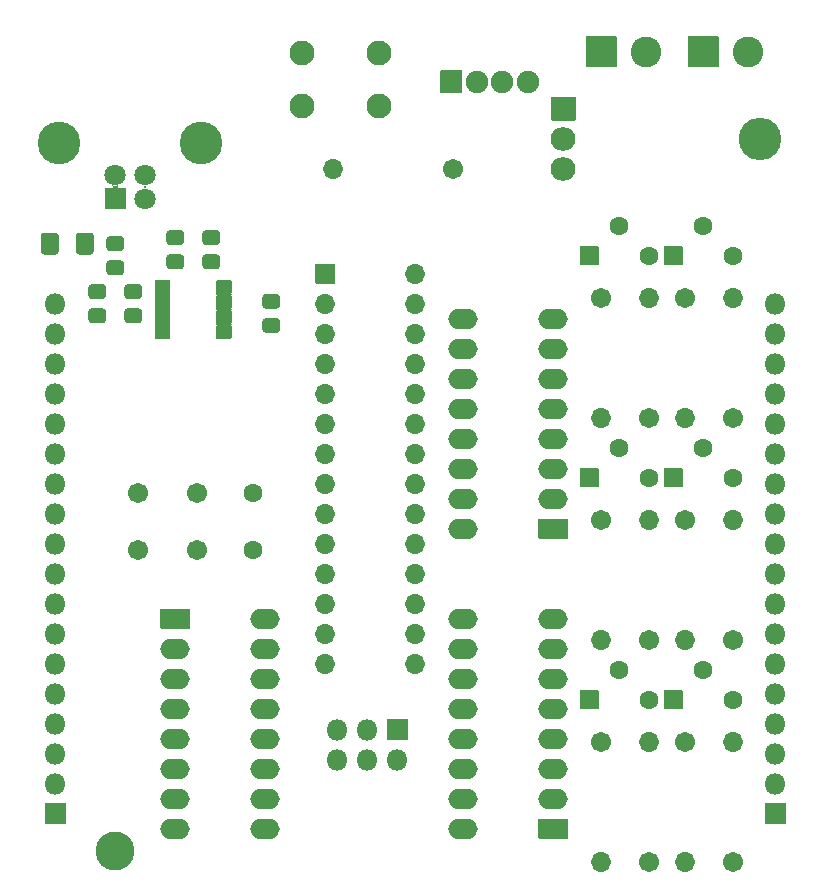
<source format=gbr>
G04 #@! TF.GenerationSoftware,KiCad,Pcbnew,5.1.7*
G04 #@! TF.CreationDate,2020-10-26T11:57:42-04:00*
G04 #@! TF.ProjectId,PCB,5043422e-6b69-4636-9164-5f7063625858,rev?*
G04 #@! TF.SameCoordinates,Original*
G04 #@! TF.FileFunction,Soldermask,Top*
G04 #@! TF.FilePolarity,Negative*
%FSLAX46Y46*%
G04 Gerber Fmt 4.6, Leading zero omitted, Abs format (unit mm)*
G04 Created by KiCad (PCBNEW 5.1.7) date 2020-10-26 11:57:42*
%MOMM*%
%LPD*%
G01*
G04 APERTURE LIST*
%ADD10C,1.802000*%
%ADD11C,3.602000*%
%ADD12C,3.302000*%
%ADD13O,2.102000X2.007000*%
%ADD14O,3.602000X3.602000*%
%ADD15C,1.602000*%
%ADD16O,1.702000X1.702000*%
%ADD17C,1.702000*%
%ADD18O,1.802000X1.802000*%
%ADD19C,2.102000*%
%ADD20C,1.902000*%
%ADD21C,2.601360*%
%ADD22O,2.502000X1.702000*%
%ADD23C,0.100000*%
G04 APERTURE END LIST*
G36*
G01*
X110070000Y-93611000D02*
X108370000Y-93611000D01*
G75*
G02*
X108319000Y-93560000I0J51000D01*
G01*
X108319000Y-91860000D01*
G75*
G02*
X108370000Y-91809000I51000J0D01*
G01*
X110070000Y-91809000D01*
G75*
G02*
X110121000Y-91860000I0J-51000D01*
G01*
X110121000Y-93560000D01*
G75*
G02*
X110070000Y-93611000I-51000J0D01*
G01*
G37*
D10*
X111720000Y-92710000D03*
X111720000Y-90710000D03*
X109220000Y-90710000D03*
D11*
X104450000Y-88000000D03*
X116490000Y-88000000D03*
G36*
G01*
X117826828Y-96629000D02*
X116869172Y-96629000D01*
G75*
G02*
X116597000Y-96356828I0J272172D01*
G01*
X116597000Y-95649172D01*
G75*
G02*
X116869172Y-95377000I272172J0D01*
G01*
X117826828Y-95377000D01*
G75*
G02*
X118099000Y-95649172I0J-272172D01*
G01*
X118099000Y-96356828D01*
G75*
G02*
X117826828Y-96629000I-272172J0D01*
G01*
G37*
G36*
G01*
X117826828Y-98679000D02*
X116869172Y-98679000D01*
G75*
G02*
X116597000Y-98406828I0J272172D01*
G01*
X116597000Y-97699172D01*
G75*
G02*
X116869172Y-97427000I272172J0D01*
G01*
X117826828Y-97427000D01*
G75*
G02*
X118099000Y-97699172I0J-272172D01*
G01*
X118099000Y-98406828D01*
G75*
G02*
X117826828Y-98679000I-272172J0D01*
G01*
G37*
G36*
G01*
X114778828Y-96629000D02*
X113821172Y-96629000D01*
G75*
G02*
X113549000Y-96356828I0J272172D01*
G01*
X113549000Y-95649172D01*
G75*
G02*
X113821172Y-95377000I272172J0D01*
G01*
X114778828Y-95377000D01*
G75*
G02*
X115051000Y-95649172I0J-272172D01*
G01*
X115051000Y-96356828D01*
G75*
G02*
X114778828Y-96629000I-272172J0D01*
G01*
G37*
G36*
G01*
X114778828Y-98679000D02*
X113821172Y-98679000D01*
G75*
G02*
X113549000Y-98406828I0J272172D01*
G01*
X113549000Y-97699172D01*
G75*
G02*
X113821172Y-97427000I272172J0D01*
G01*
X114778828Y-97427000D01*
G75*
G02*
X115051000Y-97699172I0J-272172D01*
G01*
X115051000Y-98406828D01*
G75*
G02*
X114778828Y-98679000I-272172J0D01*
G01*
G37*
G36*
G01*
X110265172Y-101999000D02*
X111222828Y-101999000D01*
G75*
G02*
X111495000Y-102271172I0J-272172D01*
G01*
X111495000Y-102978828D01*
G75*
G02*
X111222828Y-103251000I-272172J0D01*
G01*
X110265172Y-103251000D01*
G75*
G02*
X109993000Y-102978828I0J272172D01*
G01*
X109993000Y-102271172D01*
G75*
G02*
X110265172Y-101999000I272172J0D01*
G01*
G37*
G36*
G01*
X110265172Y-99949000D02*
X111222828Y-99949000D01*
G75*
G02*
X111495000Y-100221172I0J-272172D01*
G01*
X111495000Y-100928828D01*
G75*
G02*
X111222828Y-101201000I-272172J0D01*
G01*
X110265172Y-101201000D01*
G75*
G02*
X109993000Y-100928828I0J272172D01*
G01*
X109993000Y-100221172D01*
G75*
G02*
X110265172Y-99949000I272172J0D01*
G01*
G37*
G36*
G01*
X107217172Y-101999000D02*
X108174828Y-101999000D01*
G75*
G02*
X108447000Y-102271172I0J-272172D01*
G01*
X108447000Y-102978828D01*
G75*
G02*
X108174828Y-103251000I-272172J0D01*
G01*
X107217172Y-103251000D01*
G75*
G02*
X106945000Y-102978828I0J272172D01*
G01*
X106945000Y-102271172D01*
G75*
G02*
X107217172Y-101999000I272172J0D01*
G01*
G37*
G36*
G01*
X107217172Y-99949000D02*
X108174828Y-99949000D01*
G75*
G02*
X108447000Y-100221172I0J-272172D01*
G01*
X108447000Y-100928828D01*
G75*
G02*
X108174828Y-101201000I-272172J0D01*
G01*
X107217172Y-101201000D01*
G75*
G02*
X106945000Y-100928828I0J272172D01*
G01*
X106945000Y-100221172D01*
G75*
G02*
X107217172Y-99949000I272172J0D01*
G01*
G37*
G36*
G01*
X113875000Y-104130500D02*
X113875000Y-104530500D01*
G75*
G02*
X113824000Y-104581500I-51000J0D01*
G01*
X112624000Y-104581500D01*
G75*
G02*
X112573000Y-104530500I0J51000D01*
G01*
X112573000Y-104130500D01*
G75*
G02*
X112624000Y-104079500I51000J0D01*
G01*
X113824000Y-104079500D01*
G75*
G02*
X113875000Y-104130500I0J-51000D01*
G01*
G37*
G36*
G01*
X113875000Y-103495500D02*
X113875000Y-103895500D01*
G75*
G02*
X113824000Y-103946500I-51000J0D01*
G01*
X112624000Y-103946500D01*
G75*
G02*
X112573000Y-103895500I0J51000D01*
G01*
X112573000Y-103495500D01*
G75*
G02*
X112624000Y-103444500I51000J0D01*
G01*
X113824000Y-103444500D01*
G75*
G02*
X113875000Y-103495500I0J-51000D01*
G01*
G37*
G36*
G01*
X113875000Y-102860500D02*
X113875000Y-103260500D01*
G75*
G02*
X113824000Y-103311500I-51000J0D01*
G01*
X112624000Y-103311500D01*
G75*
G02*
X112573000Y-103260500I0J51000D01*
G01*
X112573000Y-102860500D01*
G75*
G02*
X112624000Y-102809500I51000J0D01*
G01*
X113824000Y-102809500D01*
G75*
G02*
X113875000Y-102860500I0J-51000D01*
G01*
G37*
G36*
G01*
X113875000Y-102225500D02*
X113875000Y-102625500D01*
G75*
G02*
X113824000Y-102676500I-51000J0D01*
G01*
X112624000Y-102676500D01*
G75*
G02*
X112573000Y-102625500I0J51000D01*
G01*
X112573000Y-102225500D01*
G75*
G02*
X112624000Y-102174500I51000J0D01*
G01*
X113824000Y-102174500D01*
G75*
G02*
X113875000Y-102225500I0J-51000D01*
G01*
G37*
G36*
G01*
X113875000Y-101590500D02*
X113875000Y-101990500D01*
G75*
G02*
X113824000Y-102041500I-51000J0D01*
G01*
X112624000Y-102041500D01*
G75*
G02*
X112573000Y-101990500I0J51000D01*
G01*
X112573000Y-101590500D01*
G75*
G02*
X112624000Y-101539500I51000J0D01*
G01*
X113824000Y-101539500D01*
G75*
G02*
X113875000Y-101590500I0J-51000D01*
G01*
G37*
G36*
G01*
X113875000Y-100955500D02*
X113875000Y-101355500D01*
G75*
G02*
X113824000Y-101406500I-51000J0D01*
G01*
X112624000Y-101406500D01*
G75*
G02*
X112573000Y-101355500I0J51000D01*
G01*
X112573000Y-100955500D01*
G75*
G02*
X112624000Y-100904500I51000J0D01*
G01*
X113824000Y-100904500D01*
G75*
G02*
X113875000Y-100955500I0J-51000D01*
G01*
G37*
G36*
G01*
X113875000Y-100320500D02*
X113875000Y-100720500D01*
G75*
G02*
X113824000Y-100771500I-51000J0D01*
G01*
X112624000Y-100771500D01*
G75*
G02*
X112573000Y-100720500I0J51000D01*
G01*
X112573000Y-100320500D01*
G75*
G02*
X112624000Y-100269500I51000J0D01*
G01*
X113824000Y-100269500D01*
G75*
G02*
X113875000Y-100320500I0J-51000D01*
G01*
G37*
G36*
G01*
X113875000Y-99685500D02*
X113875000Y-100085500D01*
G75*
G02*
X113824000Y-100136500I-51000J0D01*
G01*
X112624000Y-100136500D01*
G75*
G02*
X112573000Y-100085500I0J51000D01*
G01*
X112573000Y-99685500D01*
G75*
G02*
X112624000Y-99634500I51000J0D01*
G01*
X113824000Y-99634500D01*
G75*
G02*
X113875000Y-99685500I0J-51000D01*
G01*
G37*
G36*
G01*
X119075000Y-99685500D02*
X119075000Y-100085500D01*
G75*
G02*
X119024000Y-100136500I-51000J0D01*
G01*
X117824000Y-100136500D01*
G75*
G02*
X117773000Y-100085500I0J51000D01*
G01*
X117773000Y-99685500D01*
G75*
G02*
X117824000Y-99634500I51000J0D01*
G01*
X119024000Y-99634500D01*
G75*
G02*
X119075000Y-99685500I0J-51000D01*
G01*
G37*
G36*
G01*
X119075000Y-100320500D02*
X119075000Y-100720500D01*
G75*
G02*
X119024000Y-100771500I-51000J0D01*
G01*
X117824000Y-100771500D01*
G75*
G02*
X117773000Y-100720500I0J51000D01*
G01*
X117773000Y-100320500D01*
G75*
G02*
X117824000Y-100269500I51000J0D01*
G01*
X119024000Y-100269500D01*
G75*
G02*
X119075000Y-100320500I0J-51000D01*
G01*
G37*
G36*
G01*
X119075000Y-100955500D02*
X119075000Y-101355500D01*
G75*
G02*
X119024000Y-101406500I-51000J0D01*
G01*
X117824000Y-101406500D01*
G75*
G02*
X117773000Y-101355500I0J51000D01*
G01*
X117773000Y-100955500D01*
G75*
G02*
X117824000Y-100904500I51000J0D01*
G01*
X119024000Y-100904500D01*
G75*
G02*
X119075000Y-100955500I0J-51000D01*
G01*
G37*
G36*
G01*
X119075000Y-101590500D02*
X119075000Y-101990500D01*
G75*
G02*
X119024000Y-102041500I-51000J0D01*
G01*
X117824000Y-102041500D01*
G75*
G02*
X117773000Y-101990500I0J51000D01*
G01*
X117773000Y-101590500D01*
G75*
G02*
X117824000Y-101539500I51000J0D01*
G01*
X119024000Y-101539500D01*
G75*
G02*
X119075000Y-101590500I0J-51000D01*
G01*
G37*
G36*
G01*
X119075000Y-102225500D02*
X119075000Y-102625500D01*
G75*
G02*
X119024000Y-102676500I-51000J0D01*
G01*
X117824000Y-102676500D01*
G75*
G02*
X117773000Y-102625500I0J51000D01*
G01*
X117773000Y-102225500D01*
G75*
G02*
X117824000Y-102174500I51000J0D01*
G01*
X119024000Y-102174500D01*
G75*
G02*
X119075000Y-102225500I0J-51000D01*
G01*
G37*
G36*
G01*
X119075000Y-102860500D02*
X119075000Y-103260500D01*
G75*
G02*
X119024000Y-103311500I-51000J0D01*
G01*
X117824000Y-103311500D01*
G75*
G02*
X117773000Y-103260500I0J51000D01*
G01*
X117773000Y-102860500D01*
G75*
G02*
X117824000Y-102809500I51000J0D01*
G01*
X119024000Y-102809500D01*
G75*
G02*
X119075000Y-102860500I0J-51000D01*
G01*
G37*
G36*
G01*
X119075000Y-103495500D02*
X119075000Y-103895500D01*
G75*
G02*
X119024000Y-103946500I-51000J0D01*
G01*
X117824000Y-103946500D01*
G75*
G02*
X117773000Y-103895500I0J51000D01*
G01*
X117773000Y-103495500D01*
G75*
G02*
X117824000Y-103444500I51000J0D01*
G01*
X119024000Y-103444500D01*
G75*
G02*
X119075000Y-103495500I0J-51000D01*
G01*
G37*
G36*
G01*
X119075000Y-104130500D02*
X119075000Y-104530500D01*
G75*
G02*
X119024000Y-104581500I-51000J0D01*
G01*
X117824000Y-104581500D01*
G75*
G02*
X117773000Y-104530500I0J51000D01*
G01*
X117773000Y-104130500D01*
G75*
G02*
X117824000Y-104079500I51000J0D01*
G01*
X119024000Y-104079500D01*
G75*
G02*
X119075000Y-104130500I0J-51000D01*
G01*
G37*
G36*
G01*
X109698828Y-97137000D02*
X108741172Y-97137000D01*
G75*
G02*
X108469000Y-96864828I0J272172D01*
G01*
X108469000Y-96157172D01*
G75*
G02*
X108741172Y-95885000I272172J0D01*
G01*
X109698828Y-95885000D01*
G75*
G02*
X109971000Y-96157172I0J-272172D01*
G01*
X109971000Y-96864828D01*
G75*
G02*
X109698828Y-97137000I-272172J0D01*
G01*
G37*
G36*
G01*
X109698828Y-99187000D02*
X108741172Y-99187000D01*
G75*
G02*
X108469000Y-98914828I0J272172D01*
G01*
X108469000Y-98207172D01*
G75*
G02*
X108741172Y-97935000I272172J0D01*
G01*
X109698828Y-97935000D01*
G75*
G02*
X109971000Y-98207172I0J-272172D01*
G01*
X109971000Y-98914828D01*
G75*
G02*
X109698828Y-99187000I-272172J0D01*
G01*
G37*
G36*
G01*
X104432000Y-95861894D02*
X104432000Y-97178106D01*
G75*
G02*
X104164106Y-97446000I-267894J0D01*
G01*
X103172894Y-97446000D01*
G75*
G02*
X102905000Y-97178106I0J267894D01*
G01*
X102905000Y-95861894D01*
G75*
G02*
X103172894Y-95594000I267894J0D01*
G01*
X104164106Y-95594000D01*
G75*
G02*
X104432000Y-95861894I0J-267894D01*
G01*
G37*
G36*
G01*
X107407000Y-95861894D02*
X107407000Y-97178106D01*
G75*
G02*
X107139106Y-97446000I-267894J0D01*
G01*
X106147894Y-97446000D01*
G75*
G02*
X105880000Y-97178106I0J267894D01*
G01*
X105880000Y-95861894D01*
G75*
G02*
X106147894Y-95594000I267894J0D01*
G01*
X107139106Y-95594000D01*
G75*
G02*
X107407000Y-95861894I0J-267894D01*
G01*
G37*
G36*
G01*
X121949172Y-102824500D02*
X122906828Y-102824500D01*
G75*
G02*
X123179000Y-103096672I0J-272172D01*
G01*
X123179000Y-103804328D01*
G75*
G02*
X122906828Y-104076500I-272172J0D01*
G01*
X121949172Y-104076500D01*
G75*
G02*
X121677000Y-103804328I0J272172D01*
G01*
X121677000Y-103096672D01*
G75*
G02*
X121949172Y-102824500I272172J0D01*
G01*
G37*
G36*
G01*
X121949172Y-100774500D02*
X122906828Y-100774500D01*
G75*
G02*
X123179000Y-101046672I0J-272172D01*
G01*
X123179000Y-101754328D01*
G75*
G02*
X122906828Y-102026500I-272172J0D01*
G01*
X121949172Y-102026500D01*
G75*
G02*
X121677000Y-101754328I0J272172D01*
G01*
X121677000Y-101046672D01*
G75*
G02*
X121949172Y-100774500I272172J0D01*
G01*
G37*
D12*
X109220000Y-147955000D03*
D13*
X147170000Y-90170000D03*
X147170000Y-87630000D03*
G36*
G01*
X146170000Y-84086500D02*
X148170000Y-84086500D01*
G75*
G02*
X148221000Y-84137500I0J-51000D01*
G01*
X148221000Y-86042500D01*
G75*
G02*
X148170000Y-86093500I-51000J0D01*
G01*
X146170000Y-86093500D01*
G75*
G02*
X146119000Y-86042500I0J51000D01*
G01*
X146119000Y-84137500D01*
G75*
G02*
X146170000Y-84086500I51000J0D01*
G01*
G37*
D14*
X163830000Y-87630000D03*
G36*
G01*
X150102000Y-135929000D02*
X148602000Y-135929000D01*
G75*
G02*
X148551000Y-135878000I0J51000D01*
G01*
X148551000Y-134378000D01*
G75*
G02*
X148602000Y-134327000I51000J0D01*
G01*
X150102000Y-134327000D01*
G75*
G02*
X150153000Y-134378000I0J-51000D01*
G01*
X150153000Y-135878000D01*
G75*
G02*
X150102000Y-135929000I-51000J0D01*
G01*
G37*
D15*
X154432000Y-135128000D03*
X151892000Y-132588000D03*
G36*
G01*
X157214000Y-135929000D02*
X155714000Y-135929000D01*
G75*
G02*
X155663000Y-135878000I0J51000D01*
G01*
X155663000Y-134378000D01*
G75*
G02*
X155714000Y-134327000I51000J0D01*
G01*
X157214000Y-134327000D01*
G75*
G02*
X157265000Y-134378000I0J-51000D01*
G01*
X157265000Y-135878000D01*
G75*
G02*
X157214000Y-135929000I-51000J0D01*
G01*
G37*
X161544000Y-135128000D03*
X159004000Y-132588000D03*
G36*
G01*
X150102000Y-117133000D02*
X148602000Y-117133000D01*
G75*
G02*
X148551000Y-117082000I0J51000D01*
G01*
X148551000Y-115582000D01*
G75*
G02*
X148602000Y-115531000I51000J0D01*
G01*
X150102000Y-115531000D01*
G75*
G02*
X150153000Y-115582000I0J-51000D01*
G01*
X150153000Y-117082000D01*
G75*
G02*
X150102000Y-117133000I-51000J0D01*
G01*
G37*
X154432000Y-116332000D03*
X151892000Y-113792000D03*
G36*
G01*
X157214000Y-117133000D02*
X155714000Y-117133000D01*
G75*
G02*
X155663000Y-117082000I0J51000D01*
G01*
X155663000Y-115582000D01*
G75*
G02*
X155714000Y-115531000I51000J0D01*
G01*
X157214000Y-115531000D01*
G75*
G02*
X157265000Y-115582000I0J-51000D01*
G01*
X157265000Y-117082000D01*
G75*
G02*
X157214000Y-117133000I-51000J0D01*
G01*
G37*
X161544000Y-116332000D03*
X159004000Y-113792000D03*
G36*
G01*
X150102000Y-98337000D02*
X148602000Y-98337000D01*
G75*
G02*
X148551000Y-98286000I0J51000D01*
G01*
X148551000Y-96786000D01*
G75*
G02*
X148602000Y-96735000I51000J0D01*
G01*
X150102000Y-96735000D01*
G75*
G02*
X150153000Y-96786000I0J-51000D01*
G01*
X150153000Y-98286000D01*
G75*
G02*
X150102000Y-98337000I-51000J0D01*
G01*
G37*
X154432000Y-97536000D03*
X151892000Y-94996000D03*
G36*
G01*
X157214000Y-98337000D02*
X155714000Y-98337000D01*
G75*
G02*
X155663000Y-98286000I0J51000D01*
G01*
X155663000Y-96786000D01*
G75*
G02*
X155714000Y-96735000I51000J0D01*
G01*
X157214000Y-96735000D01*
G75*
G02*
X157265000Y-96786000I0J-51000D01*
G01*
X157265000Y-98286000D01*
G75*
G02*
X157214000Y-98337000I-51000J0D01*
G01*
G37*
X161544000Y-97536000D03*
X159004000Y-94996000D03*
D16*
X154432000Y-138684000D03*
D17*
X154432000Y-148844000D03*
D16*
X161544000Y-138684000D03*
D17*
X161544000Y-148844000D03*
D16*
X154432000Y-119888000D03*
D17*
X154432000Y-130048000D03*
D16*
X161544000Y-119888000D03*
D17*
X161544000Y-130048000D03*
D16*
X154432000Y-101092000D03*
D17*
X154432000Y-111252000D03*
D16*
X161544000Y-101092000D03*
D17*
X161544000Y-111252000D03*
D18*
X128016000Y-140208000D03*
X128016000Y-137668000D03*
X130556000Y-140208000D03*
X130556000Y-137668000D03*
X133096000Y-140208000D03*
G36*
G01*
X132246000Y-136767000D02*
X133946000Y-136767000D01*
G75*
G02*
X133997000Y-136818000I0J-51000D01*
G01*
X133997000Y-138518000D01*
G75*
G02*
X133946000Y-138569000I-51000J0D01*
G01*
X132246000Y-138569000D01*
G75*
G02*
X132195000Y-138518000I0J51000D01*
G01*
X132195000Y-136818000D01*
G75*
G02*
X132246000Y-136767000I51000J0D01*
G01*
G37*
D19*
X125072000Y-84836000D03*
X125072000Y-80336000D03*
X131572000Y-84836000D03*
X131572000Y-80336000D03*
D16*
X127635000Y-90170000D03*
D17*
X137795000Y-90170000D03*
D20*
X144145000Y-82804000D03*
X141986000Y-82804000D03*
X139827000Y-82804000D03*
G36*
G01*
X136717000Y-83704000D02*
X136717000Y-81904000D01*
G75*
G02*
X136768000Y-81853000I51000J0D01*
G01*
X138568000Y-81853000D01*
G75*
G02*
X138619000Y-81904000I0J-51000D01*
G01*
X138619000Y-83704000D01*
G75*
G02*
X138568000Y-83755000I-51000J0D01*
G01*
X136768000Y-83755000D01*
G75*
G02*
X136717000Y-83704000I0J51000D01*
G01*
G37*
G36*
G01*
X149067320Y-81513680D02*
X149067320Y-79014320D01*
G75*
G02*
X149118320Y-78963320I51000J0D01*
G01*
X151617680Y-78963320D01*
G75*
G02*
X151668680Y-79014320I0J-51000D01*
G01*
X151668680Y-81513680D01*
G75*
G02*
X151617680Y-81564680I-51000J0D01*
G01*
X149118320Y-81564680D01*
G75*
G02*
X149067320Y-81513680I0J51000D01*
G01*
G37*
D21*
X154178000Y-80264000D03*
G36*
G01*
X157703320Y-81513680D02*
X157703320Y-79014320D01*
G75*
G02*
X157754320Y-78963320I51000J0D01*
G01*
X160253680Y-78963320D01*
G75*
G02*
X160304680Y-79014320I0J-51000D01*
G01*
X160304680Y-81513680D01*
G75*
G02*
X160253680Y-81564680I-51000J0D01*
G01*
X157754320Y-81564680D01*
G75*
G02*
X157703320Y-81513680I0J51000D01*
G01*
G37*
X162814000Y-80264000D03*
D15*
X120904000Y-122482000D03*
X120904000Y-117602000D03*
G36*
G01*
X166001000Y-143930000D02*
X166001000Y-145630000D01*
G75*
G02*
X165950000Y-145681000I-51000J0D01*
G01*
X164250000Y-145681000D01*
G75*
G02*
X164199000Y-145630000I0J51000D01*
G01*
X164199000Y-143930000D01*
G75*
G02*
X164250000Y-143879000I51000J0D01*
G01*
X165950000Y-143879000D01*
G75*
G02*
X166001000Y-143930000I0J-51000D01*
G01*
G37*
D18*
X165100000Y-142240000D03*
X165100000Y-139700000D03*
X165100000Y-137160000D03*
X165100000Y-134620000D03*
X165100000Y-132080000D03*
X165100000Y-129540000D03*
X165100000Y-127000000D03*
X165100000Y-124460000D03*
X165100000Y-121920000D03*
X165100000Y-119380000D03*
X165100000Y-116840000D03*
X165100000Y-114300000D03*
X165100000Y-111760000D03*
X165100000Y-109220000D03*
X165100000Y-106680000D03*
X165100000Y-104140000D03*
X165100000Y-101600000D03*
G36*
G01*
X105041000Y-143930000D02*
X105041000Y-145630000D01*
G75*
G02*
X104990000Y-145681000I-51000J0D01*
G01*
X103290000Y-145681000D01*
G75*
G02*
X103239000Y-145630000I0J51000D01*
G01*
X103239000Y-143930000D01*
G75*
G02*
X103290000Y-143879000I51000J0D01*
G01*
X104990000Y-143879000D01*
G75*
G02*
X105041000Y-143930000I0J-51000D01*
G01*
G37*
X104140000Y-142240000D03*
X104140000Y-139700000D03*
X104140000Y-137160000D03*
X104140000Y-134620000D03*
X104140000Y-132080000D03*
X104140000Y-129540000D03*
X104140000Y-127000000D03*
X104140000Y-124460000D03*
X104140000Y-121920000D03*
X104140000Y-119380000D03*
X104140000Y-116840000D03*
X104140000Y-114300000D03*
X104140000Y-111760000D03*
X104140000Y-109220000D03*
X104140000Y-106680000D03*
X104140000Y-104140000D03*
X104140000Y-101600000D03*
G36*
G01*
X113049000Y-129070000D02*
X113049000Y-127470000D01*
G75*
G02*
X113100000Y-127419000I51000J0D01*
G01*
X115500000Y-127419000D01*
G75*
G02*
X115551000Y-127470000I0J-51000D01*
G01*
X115551000Y-129070000D01*
G75*
G02*
X115500000Y-129121000I-51000J0D01*
G01*
X113100000Y-129121000D01*
G75*
G02*
X113049000Y-129070000I0J51000D01*
G01*
G37*
D22*
X121920000Y-146050000D03*
X114300000Y-130810000D03*
X121920000Y-143510000D03*
X114300000Y-133350000D03*
X121920000Y-140970000D03*
X114300000Y-135890000D03*
X121920000Y-138430000D03*
X114300000Y-138430000D03*
X121920000Y-135890000D03*
X114300000Y-140970000D03*
X121920000Y-133350000D03*
X114300000Y-143510000D03*
X121920000Y-130810000D03*
X114300000Y-146050000D03*
X121920000Y-128270000D03*
G36*
G01*
X126149000Y-99860000D02*
X126149000Y-98260000D01*
G75*
G02*
X126200000Y-98209000I51000J0D01*
G01*
X127800000Y-98209000D01*
G75*
G02*
X127851000Y-98260000I0J-51000D01*
G01*
X127851000Y-99860000D01*
G75*
G02*
X127800000Y-99911000I-51000J0D01*
G01*
X126200000Y-99911000D01*
G75*
G02*
X126149000Y-99860000I0J51000D01*
G01*
G37*
D16*
X134620000Y-132080000D03*
X127000000Y-101600000D03*
X134620000Y-129540000D03*
X127000000Y-104140000D03*
X134620000Y-127000000D03*
X127000000Y-106680000D03*
X134620000Y-124460000D03*
X127000000Y-109220000D03*
X134620000Y-121920000D03*
X127000000Y-111760000D03*
X134620000Y-119380000D03*
X127000000Y-114300000D03*
X134620000Y-116840000D03*
X127000000Y-116840000D03*
X134620000Y-114300000D03*
X127000000Y-119380000D03*
X134620000Y-111760000D03*
X127000000Y-121920000D03*
X134620000Y-109220000D03*
X127000000Y-124460000D03*
X134620000Y-106680000D03*
X127000000Y-127000000D03*
X134620000Y-104140000D03*
X127000000Y-129540000D03*
X134620000Y-101600000D03*
X127000000Y-132080000D03*
X134620000Y-99060000D03*
D17*
X150368000Y-138684000D03*
D16*
X150368000Y-148844000D03*
D17*
X111125000Y-122428000D03*
X116125000Y-122428000D03*
X111125000Y-117602000D03*
X116125000Y-117602000D03*
G36*
G01*
X147555000Y-119850000D02*
X147555000Y-121450000D01*
G75*
G02*
X147504000Y-121501000I-51000J0D01*
G01*
X145104000Y-121501000D01*
G75*
G02*
X145053000Y-121450000I0J51000D01*
G01*
X145053000Y-119850000D01*
G75*
G02*
X145104000Y-119799000I51000J0D01*
G01*
X147504000Y-119799000D01*
G75*
G02*
X147555000Y-119850000I0J-51000D01*
G01*
G37*
D22*
X138684000Y-102870000D03*
X146304000Y-118110000D03*
X138684000Y-105410000D03*
X146304000Y-115570000D03*
X138684000Y-107950000D03*
X146304000Y-113030000D03*
X138684000Y-110490000D03*
X146304000Y-110490000D03*
X138684000Y-113030000D03*
X146304000Y-107950000D03*
X138684000Y-115570000D03*
X146304000Y-105410000D03*
X138684000Y-118110000D03*
X146304000Y-102870000D03*
X138684000Y-120650000D03*
G36*
G01*
X147555000Y-145250000D02*
X147555000Y-146850000D01*
G75*
G02*
X147504000Y-146901000I-51000J0D01*
G01*
X145104000Y-146901000D01*
G75*
G02*
X145053000Y-146850000I0J51000D01*
G01*
X145053000Y-145250000D01*
G75*
G02*
X145104000Y-145199000I51000J0D01*
G01*
X147504000Y-145199000D01*
G75*
G02*
X147555000Y-145250000I0J-51000D01*
G01*
G37*
X138684000Y-128270000D03*
X146304000Y-143510000D03*
X138684000Y-130810000D03*
X146304000Y-140970000D03*
X138684000Y-133350000D03*
X146304000Y-138430000D03*
X138684000Y-135890000D03*
X146304000Y-135890000D03*
X138684000Y-138430000D03*
X146304000Y-133350000D03*
X138684000Y-140970000D03*
X146304000Y-130810000D03*
X138684000Y-143510000D03*
X146304000Y-128270000D03*
X138684000Y-146050000D03*
D17*
X157480000Y-138684000D03*
D16*
X157480000Y-148844000D03*
D17*
X150368000Y-119888000D03*
D16*
X150368000Y-130048000D03*
D17*
X157480000Y-119888000D03*
D16*
X157480000Y-130048000D03*
D17*
X150368000Y-101092000D03*
D16*
X150368000Y-111252000D03*
D17*
X157480000Y-101092000D03*
D16*
X157480000Y-111252000D03*
D23*
G36*
X119076732Y-103945500D02*
G01*
X119077000Y-103946500D01*
X119077000Y-104079500D01*
X119076000Y-104081232D01*
X119075000Y-104081500D01*
X117773000Y-104081500D01*
X117771268Y-104080500D01*
X117771000Y-104079500D01*
X117771000Y-103946500D01*
X117772000Y-103944768D01*
X117773000Y-103944500D01*
X119075000Y-103944500D01*
X119076732Y-103945500D01*
G37*
G36*
X113876732Y-103945500D02*
G01*
X113877000Y-103946500D01*
X113877000Y-104079500D01*
X113876000Y-104081232D01*
X113875000Y-104081500D01*
X112573000Y-104081500D01*
X112571268Y-104080500D01*
X112571000Y-104079500D01*
X112571000Y-103946500D01*
X112572000Y-103944768D01*
X112573000Y-103944500D01*
X113875000Y-103944500D01*
X113876732Y-103945500D01*
G37*
G36*
X113876732Y-103310500D02*
G01*
X113877000Y-103311500D01*
X113877000Y-103444500D01*
X113876000Y-103446232D01*
X113875000Y-103446500D01*
X112573000Y-103446500D01*
X112571268Y-103445500D01*
X112571000Y-103444500D01*
X112571000Y-103311500D01*
X112572000Y-103309768D01*
X112573000Y-103309500D01*
X113875000Y-103309500D01*
X113876732Y-103310500D01*
G37*
G36*
X119076732Y-103310500D02*
G01*
X119077000Y-103311500D01*
X119077000Y-103444500D01*
X119076000Y-103446232D01*
X119075000Y-103446500D01*
X117773000Y-103446500D01*
X117771268Y-103445500D01*
X117771000Y-103444500D01*
X117771000Y-103311500D01*
X117772000Y-103309768D01*
X117773000Y-103309500D01*
X119075000Y-103309500D01*
X119076732Y-103310500D01*
G37*
G36*
X113876732Y-102675500D02*
G01*
X113877000Y-102676500D01*
X113877000Y-102809500D01*
X113876000Y-102811232D01*
X113875000Y-102811500D01*
X112573000Y-102811500D01*
X112571268Y-102810500D01*
X112571000Y-102809500D01*
X112571000Y-102676500D01*
X112572000Y-102674768D01*
X112573000Y-102674500D01*
X113875000Y-102674500D01*
X113876732Y-102675500D01*
G37*
G36*
X119076732Y-102675500D02*
G01*
X119077000Y-102676500D01*
X119077000Y-102809500D01*
X119076000Y-102811232D01*
X119075000Y-102811500D01*
X117773000Y-102811500D01*
X117771268Y-102810500D01*
X117771000Y-102809500D01*
X117771000Y-102676500D01*
X117772000Y-102674768D01*
X117773000Y-102674500D01*
X119075000Y-102674500D01*
X119076732Y-102675500D01*
G37*
G36*
X119076732Y-102040500D02*
G01*
X119077000Y-102041500D01*
X119077000Y-102174500D01*
X119076000Y-102176232D01*
X119075000Y-102176500D01*
X117773000Y-102176500D01*
X117771268Y-102175500D01*
X117771000Y-102174500D01*
X117771000Y-102041500D01*
X117772000Y-102039768D01*
X117773000Y-102039500D01*
X119075000Y-102039500D01*
X119076732Y-102040500D01*
G37*
G36*
X113876732Y-102040500D02*
G01*
X113877000Y-102041500D01*
X113877000Y-102174500D01*
X113876000Y-102176232D01*
X113875000Y-102176500D01*
X112573000Y-102176500D01*
X112571268Y-102175500D01*
X112571000Y-102174500D01*
X112571000Y-102041500D01*
X112572000Y-102039768D01*
X112573000Y-102039500D01*
X113875000Y-102039500D01*
X113876732Y-102040500D01*
G37*
G36*
X113876732Y-101405500D02*
G01*
X113877000Y-101406500D01*
X113877000Y-101539500D01*
X113876000Y-101541232D01*
X113875000Y-101541500D01*
X112573000Y-101541500D01*
X112571268Y-101540500D01*
X112571000Y-101539500D01*
X112571000Y-101406500D01*
X112572000Y-101404768D01*
X112573000Y-101404500D01*
X113875000Y-101404500D01*
X113876732Y-101405500D01*
G37*
G36*
X119076732Y-101405500D02*
G01*
X119077000Y-101406500D01*
X119077000Y-101539500D01*
X119076000Y-101541232D01*
X119075000Y-101541500D01*
X117773000Y-101541500D01*
X117771268Y-101540500D01*
X117771000Y-101539500D01*
X117771000Y-101406500D01*
X117772000Y-101404768D01*
X117773000Y-101404500D01*
X119075000Y-101404500D01*
X119076732Y-101405500D01*
G37*
G36*
X119076732Y-100770500D02*
G01*
X119077000Y-100771500D01*
X119077000Y-100904500D01*
X119076000Y-100906232D01*
X119075000Y-100906500D01*
X117773000Y-100906500D01*
X117771268Y-100905500D01*
X117771000Y-100904500D01*
X117771000Y-100771500D01*
X117772000Y-100769768D01*
X117773000Y-100769500D01*
X119075000Y-100769500D01*
X119076732Y-100770500D01*
G37*
G36*
X113876732Y-100770500D02*
G01*
X113877000Y-100771500D01*
X113877000Y-100904500D01*
X113876000Y-100906232D01*
X113875000Y-100906500D01*
X112573000Y-100906500D01*
X112571268Y-100905500D01*
X112571000Y-100904500D01*
X112571000Y-100771500D01*
X112572000Y-100769768D01*
X112573000Y-100769500D01*
X113875000Y-100769500D01*
X113876732Y-100770500D01*
G37*
G36*
X119076732Y-100135500D02*
G01*
X119077000Y-100136500D01*
X119077000Y-100269500D01*
X119076000Y-100271232D01*
X119075000Y-100271500D01*
X117773000Y-100271500D01*
X117771268Y-100270500D01*
X117771000Y-100269500D01*
X117771000Y-100136500D01*
X117772000Y-100134768D01*
X117773000Y-100134500D01*
X119075000Y-100134500D01*
X119076732Y-100135500D01*
G37*
G36*
X113876732Y-100135500D02*
G01*
X113877000Y-100136500D01*
X113877000Y-100269500D01*
X113876000Y-100271232D01*
X113875000Y-100271500D01*
X112573000Y-100271500D01*
X112571268Y-100270500D01*
X112571000Y-100269500D01*
X112571000Y-100136500D01*
X112572000Y-100134768D01*
X112573000Y-100134500D01*
X113875000Y-100134500D01*
X113876732Y-100135500D01*
G37*
G36*
X111897684Y-91587864D02*
G01*
X111898074Y-91589826D01*
X111896761Y-91591097D01*
X111879369Y-91596373D01*
X111858105Y-91607738D01*
X111839468Y-91623033D01*
X111824173Y-91641670D01*
X111812808Y-91662934D01*
X111805808Y-91686009D01*
X111803445Y-91710000D01*
X111805808Y-91733991D01*
X111812808Y-91757066D01*
X111824173Y-91778330D01*
X111839468Y-91796967D01*
X111858105Y-91812262D01*
X111879369Y-91823627D01*
X111896761Y-91828903D01*
X111898128Y-91830363D01*
X111897547Y-91832277D01*
X111895790Y-91832779D01*
X111808114Y-91815339D01*
X111631886Y-91815339D01*
X111544210Y-91832779D01*
X111542316Y-91832136D01*
X111541926Y-91830174D01*
X111543239Y-91828903D01*
X111560631Y-91823627D01*
X111581895Y-91812262D01*
X111600532Y-91796967D01*
X111615827Y-91778330D01*
X111627192Y-91757066D01*
X111634192Y-91733991D01*
X111636555Y-91710000D01*
X111634192Y-91686009D01*
X111627192Y-91662934D01*
X111615827Y-91641670D01*
X111600532Y-91623033D01*
X111581895Y-91607738D01*
X111560631Y-91596373D01*
X111543239Y-91591097D01*
X111541872Y-91589637D01*
X111542453Y-91587723D01*
X111544210Y-91587221D01*
X111631886Y-91604661D01*
X111808114Y-91604661D01*
X111895790Y-91587221D01*
X111897684Y-91587864D01*
G37*
G36*
X109484682Y-91569821D02*
G01*
X109485448Y-91571669D01*
X109484408Y-91573172D01*
X109468379Y-91581739D01*
X109449742Y-91597035D01*
X109434447Y-91615672D01*
X109423082Y-91636935D01*
X109416082Y-91660010D01*
X109413719Y-91684001D01*
X109416082Y-91707992D01*
X109423082Y-91731067D01*
X109434447Y-91752331D01*
X109449743Y-91770968D01*
X109468380Y-91786263D01*
X109489643Y-91797628D01*
X109512718Y-91804628D01*
X109536905Y-91807010D01*
X109538531Y-91808175D01*
X109538335Y-91810165D01*
X109536709Y-91811000D01*
X108903291Y-91811000D01*
X108901559Y-91810000D01*
X108901559Y-91808000D01*
X108903095Y-91807010D01*
X108927282Y-91804628D01*
X108950357Y-91797628D01*
X108971621Y-91786263D01*
X108990258Y-91770968D01*
X109005553Y-91752331D01*
X109016918Y-91731067D01*
X109023918Y-91707992D01*
X109026281Y-91684001D01*
X109023918Y-91660010D01*
X109016918Y-91636935D01*
X109005553Y-91615671D01*
X108990258Y-91597034D01*
X108971621Y-91581739D01*
X108955592Y-91573172D01*
X108954536Y-91571473D01*
X108955479Y-91569710D01*
X108957300Y-91569560D01*
X108959036Y-91570279D01*
X109131886Y-91604661D01*
X109308114Y-91604661D01*
X109480964Y-91570279D01*
X109482700Y-91569560D01*
X109484682Y-91569821D01*
G37*
M02*

</source>
